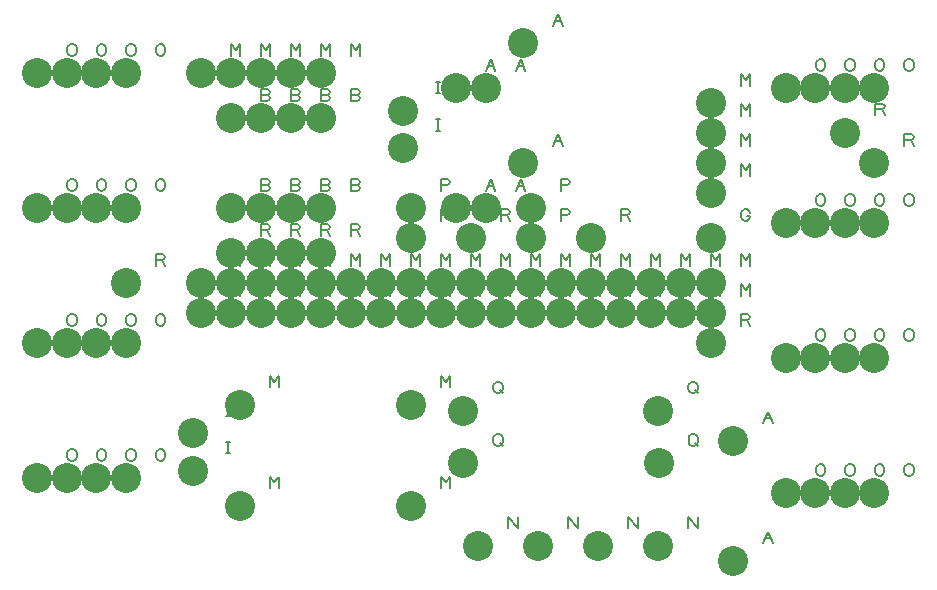
<source format=gbr>
G04 EasyPC Gerber Version 20.0.2 Build 4112 *
G04 #@! TF.Part,Single*
%FSLAX35Y35*%
%MOIN*%
%ADD11C,0.00500*%
%ADD10C,0.10000*%
X0Y0D02*
D02*
D10*
X10728Y37750D03*
Y82750D03*
Y127750D03*
Y172750D03*
X20571Y37750D03*
Y82750D03*
Y127750D03*
Y172750D03*
X30413Y37750D03*
Y82750D03*
Y127750D03*
Y172750D03*
X40256Y37750D03*
Y82750D03*
Y102750D03*
Y127750D03*
Y172750D03*
X62756Y40250D03*
Y52750D03*
X65256Y92750D03*
Y102750D03*
Y172750D03*
X75222Y127750D03*
Y157750D03*
X75256Y92750D03*
Y102750D03*
Y112750D03*
Y172750D03*
X78169Y28695D03*
Y62159D03*
X85222Y127750D03*
Y157750D03*
X85256Y92750D03*
Y102750D03*
Y112750D03*
Y172750D03*
X95222Y127750D03*
Y157750D03*
X95256Y92750D03*
Y102750D03*
Y112750D03*
Y172750D03*
X105222Y127750D03*
Y157750D03*
X105256Y92750D03*
Y102750D03*
Y112750D03*
Y172750D03*
X115256Y92750D03*
Y102750D03*
X125256Y92750D03*
Y102750D03*
X132756Y147750D03*
Y160250D03*
X135256Y28695D03*
Y62159D03*
Y92750D03*
Y102750D03*
Y117750D03*
Y127750D03*
X145256Y92750D03*
Y102750D03*
X150256Y127750D03*
Y167750D03*
X152717Y60250D03*
X152756Y42750D03*
X155256Y92750D03*
Y102750D03*
Y117750D03*
X157756Y15250D03*
X160256Y127750D03*
Y167750D03*
X165256Y92750D03*
Y102750D03*
X172756Y142750D03*
Y182750D03*
X175256Y92750D03*
Y102750D03*
Y117750D03*
Y127750D03*
X177756Y15250D03*
X185256Y92750D03*
Y102750D03*
X195256Y92750D03*
Y102750D03*
Y117750D03*
X197756Y15250D03*
X205256Y92750D03*
Y102750D03*
X215256Y92750D03*
Y102750D03*
X217756Y15250D03*
Y60250D03*
X217795Y42750D03*
X225256Y92750D03*
Y102750D03*
X235256Y82750D03*
Y92750D03*
Y102750D03*
Y117750D03*
Y132750D03*
Y142750D03*
Y152750D03*
Y162750D03*
X242756Y10250D03*
Y50250D03*
X260256Y32750D03*
Y77750D03*
Y122750D03*
Y167750D03*
X270098Y32750D03*
Y77750D03*
Y122750D03*
Y167750D03*
X279941Y32750D03*
Y77750D03*
Y122750D03*
Y167750D03*
X280006Y153000D03*
X289756Y142750D03*
X289783Y32750D03*
Y77750D03*
Y122750D03*
Y167750D03*
D02*
D11*
X20728Y44937D02*
Y46187D01*
X21041Y46813*
X21354Y47125*
X21978Y47437*
X22604*
X23228Y47125*
X23541Y46813*
X23854Y46187*
Y44937*
X23541Y44313*
X23228Y44000*
X22604Y43687*
X21978*
X21354Y44000*
X21041Y44313*
X20728Y44937*
Y89937D02*
Y91187D01*
X21041Y91813*
X21354Y92125*
X21978Y92437*
X22604*
X23228Y92125*
X23541Y91813*
X23854Y91187*
Y89937*
X23541Y89313*
X23228Y89000*
X22604Y88687*
X21978*
X21354Y89000*
X21041Y89313*
X20728Y89937*
Y134937D02*
Y136187D01*
X21041Y136813*
X21354Y137125*
X21978Y137437*
X22604*
X23228Y137125*
X23541Y136813*
X23854Y136187*
Y134937*
X23541Y134313*
X23228Y134000*
X22604Y133687*
X21978*
X21354Y134000*
X21041Y134313*
X20728Y134937*
Y179937D02*
Y181187D01*
X21041Y181813*
X21354Y182125*
X21978Y182437*
X22604*
X23228Y182125*
X23541Y181813*
X23854Y181187*
Y179937*
X23541Y179313*
X23228Y179000*
X22604Y178687*
X21978*
X21354Y179000*
X21041Y179313*
X20728Y179937*
X30571Y44937D02*
Y46187D01*
X30883Y46813*
X31196Y47125*
X31821Y47437*
X32446*
X33071Y47125*
X33383Y46813*
X33696Y46187*
Y44937*
X33383Y44313*
X33071Y44000*
X32446Y43687*
X31821*
X31196Y44000*
X30883Y44313*
X30571Y44937*
Y89937D02*
Y91187D01*
X30883Y91813*
X31196Y92125*
X31821Y92437*
X32446*
X33071Y92125*
X33383Y91813*
X33696Y91187*
Y89937*
X33383Y89313*
X33071Y89000*
X32446Y88687*
X31821*
X31196Y89000*
X30883Y89313*
X30571Y89937*
Y134937D02*
Y136187D01*
X30883Y136813*
X31196Y137125*
X31821Y137437*
X32446*
X33071Y137125*
X33383Y136813*
X33696Y136187*
Y134937*
X33383Y134313*
X33071Y134000*
X32446Y133687*
X31821*
X31196Y134000*
X30883Y134313*
X30571Y134937*
Y179937D02*
Y181187D01*
X30883Y181813*
X31196Y182125*
X31821Y182437*
X32446*
X33071Y182125*
X33383Y181813*
X33696Y181187*
Y179937*
X33383Y179313*
X33071Y179000*
X32446Y178687*
X31821*
X31196Y179000*
X30883Y179313*
X30571Y179937*
X40413Y44937D02*
Y46187D01*
X40726Y46813*
X41039Y47125*
X41663Y47437*
X42289*
X42913Y47125*
X43226Y46813*
X43539Y46187*
Y44937*
X43226Y44313*
X42913Y44000*
X42289Y43687*
X41663*
X41039Y44000*
X40726Y44313*
X40413Y44937*
Y89937D02*
Y91187D01*
X40726Y91813*
X41039Y92125*
X41663Y92437*
X42289*
X42913Y92125*
X43226Y91813*
X43539Y91187*
Y89937*
X43226Y89313*
X42913Y89000*
X42289Y88687*
X41663*
X41039Y89000*
X40726Y89313*
X40413Y89937*
Y134937D02*
Y136187D01*
X40726Y136813*
X41039Y137125*
X41663Y137437*
X42289*
X42913Y137125*
X43226Y136813*
X43539Y136187*
Y134937*
X43226Y134313*
X42913Y134000*
X42289Y133687*
X41663*
X41039Y134000*
X40726Y134313*
X40413Y134937*
Y179937D02*
Y181187D01*
X40726Y181813*
X41039Y182125*
X41663Y182437*
X42289*
X42913Y182125*
X43226Y181813*
X43539Y181187*
Y179937*
X43226Y179313*
X42913Y179000*
X42289Y178687*
X41663*
X41039Y179000*
X40726Y179313*
X40413Y179937*
X50256Y44937D02*
Y46187D01*
X50569Y46813*
X50881Y47125*
X51506Y47437*
X52131*
X52756Y47125*
X53069Y46813*
X53381Y46187*
Y44937*
X53069Y44313*
X52756Y44000*
X52131Y43687*
X51506*
X50881Y44000*
X50569Y44313*
X50256Y44937*
Y89937D02*
Y91187D01*
X50569Y91813*
X50881Y92125*
X51506Y92437*
X52131*
X52756Y92125*
X53069Y91813*
X53381Y91187*
Y89937*
X53069Y89313*
X52756Y89000*
X52131Y88687*
X51506*
X50881Y89000*
X50569Y89313*
X50256Y89937*
Y108687D02*
Y112437D01*
X52443*
X53069Y112125*
X53381Y111500*
X53069Y110875*
X52443Y110563*
X50256*
X52443D02*
X53381Y108687D01*
X50256Y134937D02*
Y136187D01*
X50569Y136813*
X50881Y137125*
X51506Y137437*
X52131*
X52756Y137125*
X53069Y136813*
X53381Y136187*
Y134937*
X53069Y134313*
X52756Y134000*
X52131Y133687*
X51506*
X50881Y134000*
X50569Y134313*
X50256Y134937*
Y179937D02*
Y181187D01*
X50569Y181813*
X50881Y182125*
X51506Y182437*
X52131*
X52756Y182125*
X53069Y181813*
X53381Y181187*
Y179937*
X53069Y179313*
X52756Y179000*
X52131Y178687*
X51506*
X50881Y179000*
X50569Y179313*
X50256Y179937*
X73693Y46187D02*
X74943D01*
X74319D02*
Y49937D01*
X73693D02*
X74943D01*
X73693Y58687D02*
X74943D01*
X74319D02*
Y62437D01*
X73693D02*
X74943D01*
X75256Y98687D02*
Y102437D01*
X76819Y100563*
X78381Y102437*
Y98687*
X75256Y108687D02*
Y112437D01*
X76819Y110563*
X78381Y112437*
Y108687*
X75256Y178687D02*
Y182437D01*
X76819Y180563*
X78381Y182437*
Y178687*
X87410Y135563D02*
X88035Y135250D01*
X88348Y134625*
X88035Y134000*
X87410Y133687*
X85222*
Y137437*
X87410*
X88035Y137125*
X88348Y136500*
X88035Y135875*
X87410Y135563*
X85222*
X87410Y165563D02*
X88035Y165250D01*
X88348Y164625*
X88035Y164000*
X87410Y163687*
X85222*
Y167437*
X87410*
X88035Y167125*
X88348Y166500*
X88035Y165875*
X87410Y165563*
X85222*
X85256Y98687D02*
Y102437D01*
X86819Y100563*
X88381Y102437*
Y98687*
X85256Y108687D02*
Y112437D01*
X86819Y110563*
X88381Y112437*
Y108687*
X85256Y118687D02*
Y122437D01*
X87443*
X88069Y122125*
X88381Y121500*
X88069Y120875*
X87443Y120563*
X85256*
X87443D02*
X88381Y118687D01*
X85256Y178687D02*
Y182437D01*
X86819Y180563*
X88381Y182437*
Y178687*
X88169Y34632D02*
Y38382D01*
X89732Y36507*
X91294Y38382*
Y34632*
X88169Y68097D02*
Y71847D01*
X89732Y69972*
X91294Y71847*
Y68097*
X97410Y135563D02*
X98035Y135250D01*
X98348Y134625*
X98035Y134000*
X97410Y133687*
X95222*
Y137437*
X97410*
X98035Y137125*
X98348Y136500*
X98035Y135875*
X97410Y135563*
X95222*
X97410Y165563D02*
X98035Y165250D01*
X98348Y164625*
X98035Y164000*
X97410Y163687*
X95222*
Y167437*
X97410*
X98035Y167125*
X98348Y166500*
X98035Y165875*
X97410Y165563*
X95222*
X95256Y98687D02*
Y102437D01*
X96819Y100563*
X98381Y102437*
Y98687*
X95256Y108687D02*
Y112437D01*
X96819Y110563*
X98381Y112437*
Y108687*
X95256Y118687D02*
Y122437D01*
X97443*
X98069Y122125*
X98381Y121500*
X98069Y120875*
X97443Y120563*
X95256*
X97443D02*
X98381Y118687D01*
X95256Y178687D02*
Y182437D01*
X96819Y180563*
X98381Y182437*
Y178687*
X107410Y135563D02*
X108035Y135250D01*
X108348Y134625*
X108035Y134000*
X107410Y133687*
X105222*
Y137437*
X107410*
X108035Y137125*
X108348Y136500*
X108035Y135875*
X107410Y135563*
X105222*
X107410Y165563D02*
X108035Y165250D01*
X108348Y164625*
X108035Y164000*
X107410Y163687*
X105222*
Y167437*
X107410*
X108035Y167125*
X108348Y166500*
X108035Y165875*
X107410Y165563*
X105222*
X105256Y98687D02*
Y102437D01*
X106819Y100563*
X108381Y102437*
Y98687*
X105256Y108687D02*
Y112437D01*
X106819Y110563*
X108381Y112437*
Y108687*
X105256Y118687D02*
Y122437D01*
X107443*
X108069Y122125*
X108381Y121500*
X108069Y120875*
X107443Y120563*
X105256*
X107443D02*
X108381Y118687D01*
X105256Y178687D02*
Y182437D01*
X106819Y180563*
X108381Y182437*
Y178687*
X117410Y135563D02*
X118035Y135250D01*
X118348Y134625*
X118035Y134000*
X117410Y133687*
X115222*
Y137437*
X117410*
X118035Y137125*
X118348Y136500*
X118035Y135875*
X117410Y135563*
X115222*
X117410Y165563D02*
X118035Y165250D01*
X118348Y164625*
X118035Y164000*
X117410Y163687*
X115222*
Y167437*
X117410*
X118035Y167125*
X118348Y166500*
X118035Y165875*
X117410Y165563*
X115222*
X115256Y98687D02*
Y102437D01*
X116819Y100563*
X118381Y102437*
Y98687*
X115256Y108687D02*
Y112437D01*
X116819Y110563*
X118381Y112437*
Y108687*
X115256Y118687D02*
Y122437D01*
X117443*
X118069Y122125*
X118381Y121500*
X118069Y120875*
X117443Y120563*
X115256*
X117443D02*
X118381Y118687D01*
X115256Y178687D02*
Y182437D01*
X116819Y180563*
X118381Y182437*
Y178687*
X125256Y98687D02*
Y102437D01*
X126819Y100563*
X128381Y102437*
Y98687*
X125256Y108687D02*
Y112437D01*
X126819Y110563*
X128381Y112437*
Y108687*
X135256Y98687D02*
Y102437D01*
X136819Y100563*
X138381Y102437*
Y98687*
X135256Y108687D02*
Y112437D01*
X136819Y110563*
X138381Y112437*
Y108687*
X143693Y153687D02*
X144943D01*
X144319D02*
Y157437D01*
X143693D02*
X144943D01*
X143693Y166187D02*
X144943D01*
X144319D02*
Y169937D01*
X143693D02*
X144943D01*
X145256Y34632D02*
Y38382D01*
X146819Y36507*
X148381Y38382*
Y34632*
X145256Y68097D02*
Y71847D01*
X146819Y69972*
X148381Y71847*
Y68097*
X145256Y98687D02*
Y102437D01*
X146819Y100563*
X148381Y102437*
Y98687*
X145256Y108687D02*
Y112437D01*
X146819Y110563*
X148381Y112437*
Y108687*
X145256Y123687D02*
Y127437D01*
X147443*
X148069Y127125*
X148381Y126500*
X148069Y125875*
X147443Y125563*
X145256*
Y133687D02*
Y137437D01*
X147443*
X148069Y137125*
X148381Y136500*
X148069Y135875*
X147443Y135563*
X145256*
X155256Y98687D02*
Y102437D01*
X156819Y100563*
X158381Y102437*
Y98687*
X155256Y108687D02*
Y112437D01*
X156819Y110563*
X158381Y112437*
Y108687*
X160256Y133687D02*
X161819Y137437D01*
X163381Y133687*
X160881Y135250D02*
X162756D01*
X160256Y173687D02*
X161819Y177437D01*
X163381Y173687*
X160881Y175250D02*
X162756D01*
X162717Y67437D02*
Y68687D01*
X163029Y69313*
X163342Y69625*
X163967Y69937*
X164592*
X165217Y69625*
X165529Y69313*
X165842Y68687*
Y67437*
X165529Y66813*
X165217Y66500*
X164592Y66187*
X163967*
X163342Y66500*
X163029Y66813*
X162717Y67437*
X164904Y67125D02*
X165842Y66187D01*
X162756Y49937D02*
Y51187D01*
X163069Y51813*
X163381Y52125*
X164006Y52437*
X164631*
X165256Y52125*
X165569Y51813*
X165881Y51187*
Y49937*
X165569Y49313*
X165256Y49000*
X164631Y48687*
X164006*
X163381Y49000*
X163069Y49313*
X162756Y49937*
X164943Y49625D02*
X165881Y48687D01*
X165256Y98687D02*
Y102437D01*
X166819Y100563*
X168381Y102437*
Y98687*
X165256Y108687D02*
Y112437D01*
X166819Y110563*
X168381Y112437*
Y108687*
X165256Y123687D02*
Y127437D01*
X167443*
X168069Y127125*
X168381Y126500*
X168069Y125875*
X167443Y125563*
X165256*
X167443D02*
X168381Y123687D01*
X167756Y21187D02*
Y24937D01*
X170881Y21187*
Y24937*
X170256Y133687D02*
X171819Y137437D01*
X173381Y133687*
X170881Y135250D02*
X172756D01*
X170256Y173687D02*
X171819Y177437D01*
X173381Y173687*
X170881Y175250D02*
X172756D01*
X175256Y98687D02*
Y102437D01*
X176819Y100563*
X178381Y102437*
Y98687*
X175256Y108687D02*
Y112437D01*
X176819Y110563*
X178381Y112437*
Y108687*
X182756Y148687D02*
X184319Y152437D01*
X185881Y148687*
X183381Y150250D02*
X185256D01*
X182756Y188687D02*
X184319Y192437D01*
X185881Y188687*
X183381Y190250D02*
X185256D01*
Y98687D02*
Y102437D01*
X186819Y100563*
X188381Y102437*
Y98687*
X185256Y108687D02*
Y112437D01*
X186819Y110563*
X188381Y112437*
Y108687*
X185256Y123687D02*
Y127437D01*
X187443*
X188069Y127125*
X188381Y126500*
X188069Y125875*
X187443Y125563*
X185256*
Y133687D02*
Y137437D01*
X187443*
X188069Y137125*
X188381Y136500*
X188069Y135875*
X187443Y135563*
X185256*
X187756Y21187D02*
Y24937D01*
X190881Y21187*
Y24937*
X195256Y98687D02*
Y102437D01*
X196819Y100563*
X198381Y102437*
Y98687*
X195256Y108687D02*
Y112437D01*
X196819Y110563*
X198381Y112437*
Y108687*
X205256Y98687D02*
Y102437D01*
X206819Y100563*
X208381Y102437*
Y98687*
X205256Y108687D02*
Y112437D01*
X206819Y110563*
X208381Y112437*
Y108687*
X205256Y123687D02*
Y127437D01*
X207443*
X208069Y127125*
X208381Y126500*
X208069Y125875*
X207443Y125563*
X205256*
X207443D02*
X208381Y123687D01*
X207756Y21187D02*
Y24937D01*
X210881Y21187*
Y24937*
X215256Y98687D02*
Y102437D01*
X216819Y100563*
X218381Y102437*
Y98687*
X215256Y108687D02*
Y112437D01*
X216819Y110563*
X218381Y112437*
Y108687*
X225256Y98687D02*
Y102437D01*
X226819Y100563*
X228381Y102437*
Y98687*
X225256Y108687D02*
Y112437D01*
X226819Y110563*
X228381Y112437*
Y108687*
X227756Y21187D02*
Y24937D01*
X230881Y21187*
Y24937*
X227756Y67437D02*
Y68687D01*
X228069Y69313*
X228381Y69625*
X229006Y69937*
X229631*
X230256Y69625*
X230569Y69313*
X230881Y68687*
Y67437*
X230569Y66813*
X230256Y66500*
X229631Y66187*
X229006*
X228381Y66500*
X228069Y66813*
X227756Y67437*
X229943Y67125D02*
X230881Y66187D01*
X227795Y49937D02*
Y51187D01*
X228108Y51813*
X228420Y52125*
X229045Y52437*
X229670*
X230295Y52125*
X230608Y51813*
X230920Y51187*
Y49937*
X230608Y49313*
X230295Y49000*
X229670Y48687*
X229045*
X228420Y49000*
X228108Y49313*
X227795Y49937*
X229983Y49625D02*
X230920Y48687D01*
X235256Y98687D02*
Y102437D01*
X236819Y100563*
X238381Y102437*
Y98687*
X235256Y108687D02*
Y112437D01*
X236819Y110563*
X238381Y112437*
Y108687*
X245256Y88687D02*
Y92437D01*
X247443*
X248069Y92125*
X248381Y91500*
X248069Y90875*
X247443Y90563*
X245256*
X247443D02*
X248381Y88687D01*
X245256Y98687D02*
Y102437D01*
X246819Y100563*
X248381Y102437*
Y98687*
X245256Y108687D02*
Y112437D01*
X246819Y110563*
X248381Y112437*
Y108687*
X247443Y125250D02*
X248381D01*
Y124937*
X248069Y124313*
X247756Y124000*
X247131Y123687*
X246506*
X245881Y124000*
X245569Y124313*
X245256Y124937*
Y126187*
X245569Y126813*
X245881Y127125*
X246506Y127437*
X247131*
X247756Y127125*
X248069Y126813*
X248381Y126187*
X245256Y138687D02*
Y142437D01*
X246819Y140563*
X248381Y142437*
Y138687*
X245256Y148687D02*
Y152437D01*
X246819Y150563*
X248381Y152437*
Y148687*
X245256Y158687D02*
Y162437D01*
X246819Y160563*
X248381Y162437*
Y158687*
X245256Y168687D02*
Y172437D01*
X246819Y170563*
X248381Y172437*
Y168687*
X252756Y16187D02*
X254319Y19937D01*
X255881Y16187*
X253381Y17750D02*
X255256D01*
X252756Y56187D02*
X254319Y59937D01*
X255881Y56187*
X253381Y57750D02*
X255256D01*
X270256Y39937D02*
Y41187D01*
X270569Y41813*
X270881Y42125*
X271506Y42437*
X272131*
X272756Y42125*
X273069Y41813*
X273381Y41187*
Y39937*
X273069Y39313*
X272756Y39000*
X272131Y38687*
X271506*
X270881Y39000*
X270569Y39313*
X270256Y39937*
Y84937D02*
Y86187D01*
X270569Y86813*
X270881Y87125*
X271506Y87437*
X272131*
X272756Y87125*
X273069Y86813*
X273381Y86187*
Y84937*
X273069Y84313*
X272756Y84000*
X272131Y83687*
X271506*
X270881Y84000*
X270569Y84313*
X270256Y84937*
Y129937D02*
Y131187D01*
X270569Y131813*
X270881Y132125*
X271506Y132437*
X272131*
X272756Y132125*
X273069Y131813*
X273381Y131187*
Y129937*
X273069Y129313*
X272756Y129000*
X272131Y128687*
X271506*
X270881Y129000*
X270569Y129313*
X270256Y129937*
Y174937D02*
Y176187D01*
X270569Y176813*
X270881Y177125*
X271506Y177437*
X272131*
X272756Y177125*
X273069Y176813*
X273381Y176187*
Y174937*
X273069Y174313*
X272756Y174000*
X272131Y173687*
X271506*
X270881Y174000*
X270569Y174313*
X270256Y174937*
X280098Y39937D02*
Y41187D01*
X280411Y41813*
X280724Y42125*
X281348Y42437*
X281974*
X282598Y42125*
X282911Y41813*
X283224Y41187*
Y39937*
X282911Y39313*
X282598Y39000*
X281974Y38687*
X281348*
X280724Y39000*
X280411Y39313*
X280098Y39937*
Y84937D02*
Y86187D01*
X280411Y86813*
X280724Y87125*
X281348Y87437*
X281974*
X282598Y87125*
X282911Y86813*
X283224Y86187*
Y84937*
X282911Y84313*
X282598Y84000*
X281974Y83687*
X281348*
X280724Y84000*
X280411Y84313*
X280098Y84937*
Y129937D02*
Y131187D01*
X280411Y131813*
X280724Y132125*
X281348Y132437*
X281974*
X282598Y132125*
X282911Y131813*
X283224Y131187*
Y129937*
X282911Y129313*
X282598Y129000*
X281974Y128687*
X281348*
X280724Y129000*
X280411Y129313*
X280098Y129937*
Y174937D02*
Y176187D01*
X280411Y176813*
X280724Y177125*
X281348Y177437*
X281974*
X282598Y177125*
X282911Y176813*
X283224Y176187*
Y174937*
X282911Y174313*
X282598Y174000*
X281974Y173687*
X281348*
X280724Y174000*
X280411Y174313*
X280098Y174937*
X289941Y39937D02*
Y41187D01*
X290254Y41813*
X290566Y42125*
X291191Y42437*
X291816*
X292441Y42125*
X292754Y41813*
X293066Y41187*
Y39937*
X292754Y39313*
X292441Y39000*
X291816Y38687*
X291191*
X290566Y39000*
X290254Y39313*
X289941Y39937*
Y84937D02*
Y86187D01*
X290254Y86813*
X290566Y87125*
X291191Y87437*
X291816*
X292441Y87125*
X292754Y86813*
X293066Y86187*
Y84937*
X292754Y84313*
X292441Y84000*
X291816Y83687*
X291191*
X290566Y84000*
X290254Y84313*
X289941Y84937*
Y129937D02*
Y131187D01*
X290254Y131813*
X290566Y132125*
X291191Y132437*
X291816*
X292441Y132125*
X292754Y131813*
X293066Y131187*
Y129937*
X292754Y129313*
X292441Y129000*
X291816Y128687*
X291191*
X290566Y129000*
X290254Y129313*
X289941Y129937*
Y174937D02*
Y176187D01*
X290254Y176813*
X290566Y177125*
X291191Y177437*
X291816*
X292441Y177125*
X292754Y176813*
X293066Y176187*
Y174937*
X292754Y174313*
X292441Y174000*
X291816Y173687*
X291191*
X290566Y174000*
X290254Y174313*
X289941Y174937*
X290006Y158937D02*
Y162687D01*
X292193*
X292819Y162375*
X293131Y161750*
X292819Y161125*
X292193Y160813*
X290006*
X292193D02*
X293131Y158937D01*
X299756Y148687D02*
Y152437D01*
X301943*
X302569Y152125*
X302881Y151500*
X302569Y150875*
X301943Y150563*
X299756*
X301943D02*
X302881Y148687D01*
X299783Y39937D02*
Y41187D01*
X300096Y41813*
X300409Y42125*
X301033Y42437*
X301659*
X302283Y42125*
X302596Y41813*
X302909Y41187*
Y39937*
X302596Y39313*
X302283Y39000*
X301659Y38687*
X301033*
X300409Y39000*
X300096Y39313*
X299783Y39937*
Y84937D02*
Y86187D01*
X300096Y86813*
X300409Y87125*
X301033Y87437*
X301659*
X302283Y87125*
X302596Y86813*
X302909Y86187*
Y84937*
X302596Y84313*
X302283Y84000*
X301659Y83687*
X301033*
X300409Y84000*
X300096Y84313*
X299783Y84937*
Y129937D02*
Y131187D01*
X300096Y131813*
X300409Y132125*
X301033Y132437*
X301659*
X302283Y132125*
X302596Y131813*
X302909Y131187*
Y129937*
X302596Y129313*
X302283Y129000*
X301659Y128687*
X301033*
X300409Y129000*
X300096Y129313*
X299783Y129937*
Y174937D02*
Y176187D01*
X300096Y176813*
X300409Y177125*
X301033Y177437*
X301659*
X302283Y177125*
X302596Y176813*
X302909Y176187*
Y174937*
X302596Y174313*
X302283Y174000*
X301659Y173687*
X301033*
X300409Y174000*
X300096Y174313*
X299783Y174937*
X0Y0D02*
M02*

</source>
